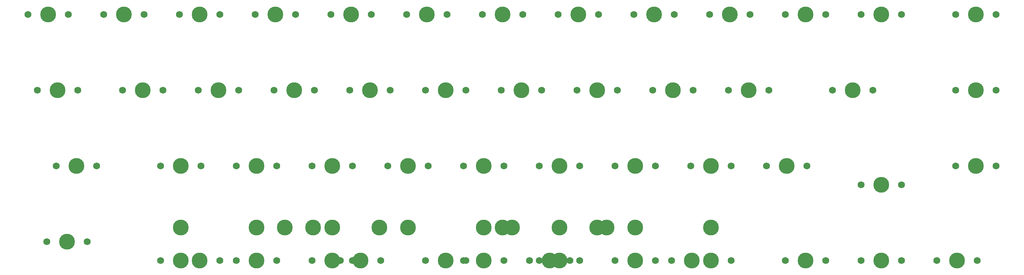
<source format=gbr>
%TF.GenerationSoftware,KiCad,Pcbnew,(7.0.0)*%
%TF.CreationDate,2023-11-25T11:40:03+01:00*%
%TF.ProjectId,Eightu,45696768-7475-42e6-9b69-6361645f7063,rev?*%
%TF.SameCoordinates,Original*%
%TF.FileFunction,Soldermask,Top*%
%TF.FilePolarity,Negative*%
%FSLAX46Y46*%
G04 Gerber Fmt 4.6, Leading zero omitted, Abs format (unit mm)*
G04 Created by KiCad (PCBNEW (7.0.0)) date 2023-11-25 11:40:03*
%MOMM*%
%LPD*%
G01*
G04 APERTURE LIST*
%ADD10C,1.750000*%
%ADD11C,3.987800*%
G04 APERTURE END LIST*
D10*
%TO.C,MX25*%
X257651250Y-71437500D03*
D11*
X262731250Y-71437500D03*
D10*
X267811250Y-71437500D03*
%TD*%
%TO.C,MX44*%
X155257500Y-114300000D03*
D11*
X160337500Y-114300000D03*
D10*
X165417500Y-114300000D03*
%TD*%
%TO.C,MX57*%
X183832500Y-114300000D03*
D11*
X188912500Y-114300000D03*
D10*
X193992500Y-114300000D03*
%TD*%
%TO.C,MX15*%
X57626250Y-71437500D03*
D11*
X62706250Y-71437500D03*
D10*
X67786250Y-71437500D03*
%TD*%
%TO.C,MX46*%
X217170000Y-114300000D03*
D11*
X222250000Y-114300000D03*
D10*
X227330000Y-114300000D03*
%TD*%
%TO.C,MX19*%
X136207500Y-71437500D03*
D11*
X141287500Y-71437500D03*
D10*
X146367500Y-71437500D03*
%TD*%
%TO.C,MX17*%
X98107500Y-71437500D03*
D11*
X103187500Y-71437500D03*
D10*
X108267500Y-71437500D03*
%TD*%
%TO.C,MX56*%
X202882500Y-114300000D03*
D11*
X207962500Y-114300000D03*
D10*
X213042500Y-114300000D03*
%TD*%
%TO.C,MX51*%
X221932500Y-114300000D03*
D11*
X227012500Y-114300000D03*
D10*
X232092500Y-114300000D03*
%TD*%
%TO.C,MX49*%
X283845000Y-114300000D03*
D11*
X288925000Y-114300000D03*
D10*
X294005000Y-114300000D03*
%TD*%
%TO.C,MX35*%
X202882500Y-90487500D03*
D11*
X207962500Y-90487500D03*
D10*
X213042500Y-90487500D03*
%TD*%
%TO.C,MX22*%
X193357500Y-71437500D03*
D11*
X198437500Y-71437500D03*
D10*
X203517500Y-71437500D03*
%TD*%
%TO.C,MX50*%
X88582500Y-114300000D03*
D11*
X93662500Y-114300000D03*
D10*
X98742500Y-114300000D03*
%TD*%
%TO.C,MX41*%
X60007500Y-109537500D03*
D11*
X65087500Y-109537500D03*
D10*
X70167500Y-109537500D03*
%TD*%
%TO.C,MX54*%
X133826250Y-114300000D03*
D11*
X138906250Y-114300000D03*
D10*
X143986250Y-114300000D03*
%TD*%
%TO.C,MX48*%
X264795000Y-114300000D03*
D11*
X269875000Y-114300000D03*
D10*
X274955000Y-114300000D03*
%TD*%
%TO.C,MX34*%
X183832500Y-90487500D03*
D11*
X188912500Y-90487500D03*
D10*
X193992500Y-90487500D03*
%TD*%
%TO.C,MX45*%
X183832500Y-114300000D03*
D11*
X188912500Y-114300000D03*
D10*
X193992500Y-114300000D03*
%TD*%
%TO.C,MX5*%
X131445000Y-52387500D03*
D11*
X136525000Y-52387500D03*
D10*
X141605000Y-52387500D03*
%TD*%
%TO.C,MX21*%
X174307500Y-71437500D03*
D11*
X179387500Y-71437500D03*
D10*
X184467500Y-71437500D03*
%TD*%
D11*
%TO.C,S2*%
X200818750Y-106045000D03*
X177006250Y-106045000D03*
%TD*%
D10*
%TO.C,MX26*%
X288607500Y-71437500D03*
D11*
X293687500Y-71437500D03*
D10*
X298767500Y-71437500D03*
%TD*%
%TO.C,MX42*%
X93345000Y-114300000D03*
D11*
X98425000Y-114300000D03*
D10*
X103505000Y-114300000D03*
%TD*%
D11*
%TO.C,S10*%
X198437500Y-106045000D03*
X174625000Y-106045000D03*
%TD*%
%TO.C,S3*%
X227012500Y-106045000D03*
X112712500Y-106045000D03*
%TD*%
D10*
%TO.C,MX12*%
X264795000Y-52387500D03*
D11*
X269875000Y-52387500D03*
D10*
X274955000Y-52387500D03*
%TD*%
%TO.C,MX36*%
X221932500Y-90487500D03*
D11*
X227012500Y-90487500D03*
D10*
X232092500Y-90487500D03*
%TD*%
%TO.C,MX8*%
X188595000Y-52387500D03*
D11*
X193675000Y-52387500D03*
D10*
X198755000Y-52387500D03*
%TD*%
%TO.C,MX52*%
X107632500Y-114300000D03*
D11*
X112712500Y-114300000D03*
D10*
X117792500Y-114300000D03*
%TD*%
%TO.C,MX58*%
X181451250Y-114300000D03*
D11*
X186531250Y-114300000D03*
D10*
X191611250Y-114300000D03*
%TD*%
D11*
%TO.C,S7*%
X150812500Y-106045000D03*
X112712500Y-106045000D03*
%TD*%
%TO.C,S1*%
X143668750Y-106045000D03*
X119856250Y-106045000D03*
%TD*%
D10*
%TO.C,MX31*%
X126682500Y-90487500D03*
D11*
X131762500Y-90487500D03*
D10*
X136842500Y-90487500D03*
%TD*%
%TO.C,MX38*%
X264795000Y-95250000D03*
D11*
X269875000Y-95250000D03*
D10*
X274955000Y-95250000D03*
%TD*%
%TO.C,MX53*%
X126682500Y-114300000D03*
D11*
X131762500Y-114300000D03*
D10*
X136842500Y-114300000D03*
%TD*%
%TO.C,MX18*%
X117157500Y-71437500D03*
D11*
X122237500Y-71437500D03*
D10*
X127317500Y-71437500D03*
%TD*%
%TO.C,MX32*%
X145732500Y-90487500D03*
D11*
X150812500Y-90487500D03*
D10*
X155892500Y-90487500D03*
%TD*%
%TO.C,MX29*%
X88582500Y-90487500D03*
D11*
X93662500Y-90487500D03*
D10*
X98742500Y-90487500D03*
%TD*%
%TO.C,MX6*%
X150495000Y-52387500D03*
D11*
X155575000Y-52387500D03*
D10*
X160655000Y-52387500D03*
%TD*%
%TO.C,MX30*%
X107632500Y-90487500D03*
D11*
X112712500Y-90487500D03*
D10*
X117792500Y-90487500D03*
%TD*%
%TO.C,MX1*%
X55245000Y-52387500D03*
D11*
X60325000Y-52387500D03*
D10*
X65405000Y-52387500D03*
%TD*%
%TO.C,MX43*%
X126682500Y-114300000D03*
D11*
X131762500Y-114300000D03*
D10*
X136842500Y-114300000D03*
%TD*%
%TO.C,MX7*%
X169545000Y-52387500D03*
D11*
X174625000Y-52387500D03*
D10*
X179705000Y-52387500D03*
%TD*%
%TO.C,MX39*%
X288607500Y-90487500D03*
D11*
X293687500Y-90487500D03*
D10*
X298767500Y-90487500D03*
%TD*%
%TO.C,MX28*%
X62388750Y-90487500D03*
D11*
X67468750Y-90487500D03*
D10*
X72548750Y-90487500D03*
%TD*%
D11*
%TO.C,S5*%
X188912500Y-106045000D03*
X131762500Y-106045000D03*
%TD*%
%TO.C,S4*%
X207962500Y-106045000D03*
X112712500Y-106045000D03*
%TD*%
D10*
%TO.C,MX37*%
X240982500Y-90487500D03*
D11*
X246062500Y-90487500D03*
D10*
X251142500Y-90487500D03*
%TD*%
%TO.C,MX47*%
X245745000Y-114300000D03*
D11*
X250825000Y-114300000D03*
D10*
X255905000Y-114300000D03*
%TD*%
%TO.C,MX20*%
X155257500Y-71437500D03*
D11*
X160337500Y-71437500D03*
D10*
X165417500Y-71437500D03*
%TD*%
%TO.C,MX16*%
X79057500Y-71437500D03*
D11*
X84137500Y-71437500D03*
D10*
X89217500Y-71437500D03*
%TD*%
%TO.C,MX11*%
X245745000Y-52387500D03*
D11*
X250825000Y-52387500D03*
D10*
X255905000Y-52387500D03*
%TD*%
%TO.C,MX3*%
X93345000Y-52387500D03*
D11*
X98425000Y-52387500D03*
D10*
X103505000Y-52387500D03*
%TD*%
D11*
%TO.C,S8*%
X207962500Y-106045000D03*
X169862500Y-106045000D03*
%TD*%
%TO.C,S9*%
X150812500Y-106045000D03*
X127000000Y-106045000D03*
%TD*%
D10*
%TO.C,MX33*%
X164782500Y-90487500D03*
D11*
X169862500Y-90487500D03*
D10*
X174942500Y-90487500D03*
%TD*%
%TO.C,MX23*%
X212407500Y-71437500D03*
D11*
X217487500Y-71437500D03*
D10*
X222567500Y-71437500D03*
%TD*%
D11*
%TO.C,S6*%
X227012500Y-106045000D03*
X93662500Y-106045000D03*
%TD*%
D10*
%TO.C,MX10*%
X226695000Y-52387500D03*
D11*
X231775000Y-52387500D03*
D10*
X236855000Y-52387500D03*
%TD*%
%TO.C,MX4*%
X112395000Y-52387500D03*
D11*
X117475000Y-52387500D03*
D10*
X122555000Y-52387500D03*
%TD*%
%TO.C,MX9*%
X207645000Y-52387500D03*
D11*
X212725000Y-52387500D03*
D10*
X217805000Y-52387500D03*
%TD*%
%TO.C,MX13*%
X288607500Y-52387500D03*
D11*
X293687500Y-52387500D03*
D10*
X298767500Y-52387500D03*
%TD*%
%TO.C,MX24*%
X231457500Y-71437500D03*
D11*
X236537500Y-71437500D03*
D10*
X241617500Y-71437500D03*
%TD*%
%TO.C,MX55*%
X164782500Y-114300000D03*
D11*
X169862500Y-114300000D03*
D10*
X174942500Y-114300000D03*
%TD*%
%TO.C,MX2*%
X74295000Y-52387500D03*
D11*
X79375000Y-52387500D03*
D10*
X84455000Y-52387500D03*
%TD*%
M02*

</source>
